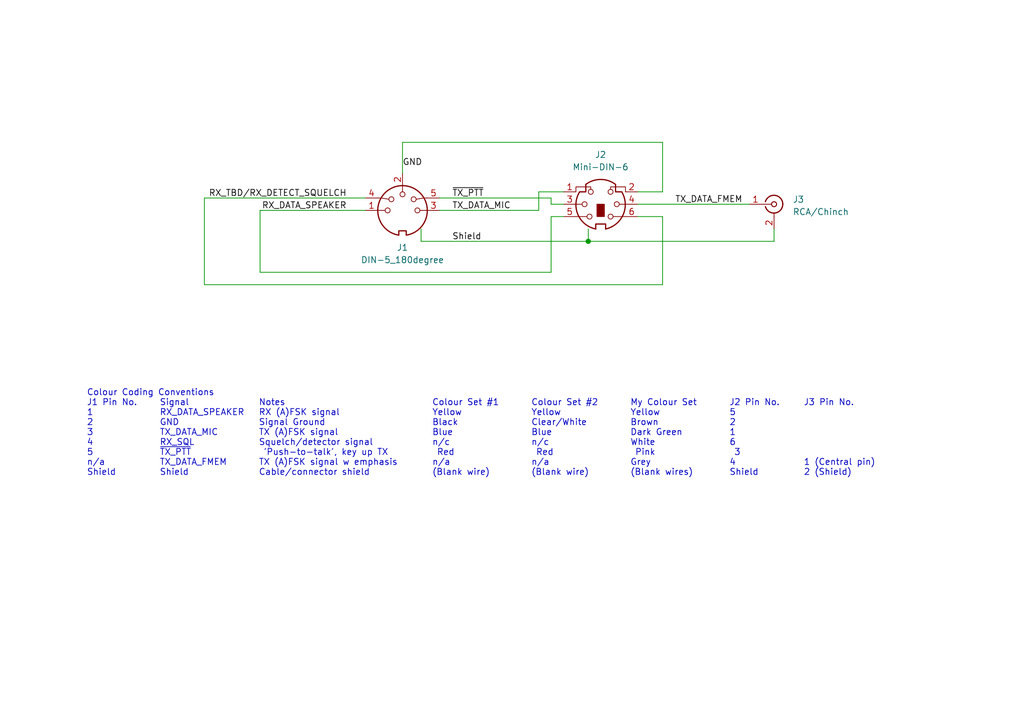
<source format=kicad_sch>
(kicad_sch (version 20211123) (generator eeschema)
  (paper "A5")
  (title_block (title "Connector DL5BCT DIN / RTTY/DATA port of FTdx1200") (date "2023-02-11") (rev "V1.0") (company "Peter Cornelius DL5BCT / peter cornelius consulting") (comment 1 "Please see http://wa8lmf.net/6-Pin-MiniDin-Data-Connector/ for explanations.") (comment 2 "TX_DATA_FMEM also is fix audio but _with_ emphasis for FM use.") (comment 3 "TX_DATA_MIC is fix-level audio at approx. 100 mV @ 600 Ohm without emphasis") (comment 4 "Note that all 'data' signals actually are _audio_ signals."))
  (lib_symbols
    (symbol "Connector:Conn_Coaxial" (pin_names (offset 1.016) hide)
      (property "Reference" "J" (at 0.254 3.048 0))
      (property "Value" "Conn_Coaxial" (at 2.921 0 90))
      (symbol "Conn_Coaxial_0_1"
        (arc (start -1.778 -0.508) (mid 0.2311 -1.8066) (end 1.778 0) (stroke (width 0.254)))
        (polyline (pts (xy -2.54 0) (xy -0.508 0)))
        (polyline (pts (xy 0 -2.54) (xy 0 -1.778)))
        (circle (center 0 0) (radius 0.508) (stroke (width 0.2032)))
        (arc (start 1.778 0) (mid 0.2099 1.8101) (end -1.778 0.508) (stroke (width 0.254)))
      )
      (symbol "Conn_Coaxial_1_1"
        (pin passive line (at -5.08 0 0) (length 2.54) (name "In") (number "1"))
        (pin passive line (at 0 -5.08 90) (length 2.54) (name "Ext") (number "2"))
      )
    )
    (symbol "Connector:DIN-5_180degree" (pin_names (offset 1.016))
      (property "Reference" "J" (at 3.175 5.715 0))
      (property "Value" "DIN-5_180degree" (at 0 -6.35 0))
      (symbol "DIN-5_180degree_0_1"
        (arc (start -5.08 0) (mid -3.8609 -3.3364) (end -0.762 -5.08) (stroke (width 0.254)))
        (circle (center -3.048 0) (radius 0.508))
        (circle (center -2.286 2.286) (radius 0.508))
        (polyline (pts (xy -5.08 0) (xy -3.556 0)))
        (polyline (pts (xy 0 5.08) (xy 0 3.81)))
        (polyline (pts (xy 5.08 0) (xy 3.556 0)))
        (polyline (pts (xy -5.08 2.54) (xy -4.318 2.54) (xy -2.794 2.286)))
        (polyline (pts (xy 5.08 2.54) (xy 4.318 2.54) (xy 2.794 2.286)))
        (polyline (pts (xy -0.762 -4.953) (xy -0.762 -4.191) (xy 0.762 -4.191) (xy 0.762 -4.953)) (stroke (width 0.254)))
        (circle (center 0 3.302) (radius 0.508))
        (arc (start 0.762 -5.08) (mid 3.8685 -3.343) (end 5.08 0) (stroke (width 0.254)))
        (circle (center 2.286 2.286) (radius 0.508))
        (circle (center 3.048 0) (radius 0.508))
        (arc (start 5.08 0) (mid 0 5.08) (end -5.08 0) (stroke (width 0.254)))
      )
      (symbol "DIN-5_180degree_1_1"
        (pin passive line (at -7.62 0 0) (length 2.54) (name "~") (number "1"))
        (pin passive line (at 0 7.62 270) (length 2.54) (name "~") (number "2"))
        (pin passive line (at 7.62 0 180) (length 2.54) (name "~") (number "3"))
        (pin passive line (at -7.62 2.54 0) (length 2.54) (name "~") (number "4"))
        (pin passive line (at 7.62 2.54 180) (length 2.54) (name "~") (number "5"))
      )
    )
    (symbol "Connector:Mini-DIN-6" (pin_names (offset 1.016))
      (property "Reference" "J" (at 0 6.35 0))
      (property "Value" "Mini-DIN-6" (at 0 -6.35 0))
      (symbol "Mini-DIN-6_0_1"
        (circle (center -3.302 0) (radius 0.508))
        (arc (start -3.048 -4.064) (mid 0 -5.08) (end 3.048 -4.064) (stroke (width 0.254)))
        (circle (center -2.032 -2.54) (radius 0.508))
        (circle (center -2.032 2.54) (radius 0.508))
        (arc (start -1.016 5.08) (mid -4.6228 2.1214) (end -4.318 -2.54) (stroke (width 0.254)))
        (rectangle (start -0.762 2.54) (end 0.762 0) (fill (type outline)))
        (polyline (pts (xy -3.81 0) (xy -5.08 0)))
        (polyline (pts (xy -2.54 2.54) (xy -5.08 2.54)))
        (polyline (pts (xy 2.794 2.54) (xy 5.08 2.54)))
        (polyline (pts (xy 5.08 0) (xy 3.81 0)))
        (polyline (pts (xy -4.318 -2.54) (xy -3.048 -2.54) (xy -3.048 -4.064)) (stroke (width 0.254)))
        (polyline (pts (xy 4.318 -2.54) (xy 3.048 -2.54) (xy 3.048 -4.064)) (stroke (width 0.254)))
        (polyline (pts (xy -2.032 -3.048) (xy -2.032 -3.556) (xy -5.08 -3.556) (xy -5.08 -2.54)))
        (polyline (pts (xy -1.016 5.08) (xy -1.016 4.064) (xy 1.016 4.064) (xy 1.016 5.08)) (stroke (width 0.254)))
        (polyline (pts (xy 2.032 -3.048) (xy 2.032 -3.556) (xy 5.08 -3.556) (xy 5.08 -2.54)))
        (circle (center 2.032 -2.54) (radius 0.508))
        (circle (center 2.286 2.54) (radius 0.508))
        (circle (center 3.302 0) (radius 0.508))
        (arc (start 4.318 -2.54) (mid 4.6661 2.1322) (end 1.016 5.08) (stroke (width 0.254)))
      )
      (symbol "Mini-DIN-6_1_1"
        (pin passive line (at 7.62 -2.54 180) (length 2.54) (name "~") (number "1"))
        (pin passive line (at -7.62 -2.54 0) (length 2.54) (name "~") (number "2"))
        (pin passive line (at 7.62 0 180) (length 2.54) (name "~") (number "3"))
        (pin passive line (at -7.62 0 0) (length 2.54) (name "~") (number "4"))
        (pin passive line (at 7.62 2.54 180) (length 2.54) (name "~") (number "5"))
        (pin passive line (at -7.62 2.54 0) (length 2.54) (name "~") (number "6"))
      )
    )
  )
  (junction (at 120.65 49.53))
  (wire (pts (xy 82.55 29.21) (xy 82.55 35.56)))
  (wire (pts (xy 130.81 41.91) (xy 153.67 41.91)))
  (wire (pts (xy 113.03 40.64) (xy 90.17 40.64)))
  (wire (pts (xy 41.91 58.42) (xy 41.91 40.64)))
  (wire (pts (xy 130.81 39.37) (xy 135.89 39.37)))
  (wire (pts (xy 53.34 43.18) (xy 74.93 43.18)))
  (wire (pts (xy 135.89 58.42) (xy 41.91 58.42)))
  (wire (pts (xy 113.03 44.45) (xy 113.03 55.88)))
  (wire (pts (xy 113.03 41.91) (xy 113.03 40.64)))
  (wire (pts (xy 120.65 49.53) (xy 158.75 49.53)))
  (wire (pts (xy 113.03 55.88) (xy 53.34 55.88)))
  (wire (pts (xy 135.89 44.45) (xy 135.89 58.42)))
  (wire (pts (xy 90.17 43.18) (xy 110.49 43.18)))
  (wire (pts (xy 130.81 44.45) (xy 135.89 44.45)))
  (wire (pts (xy 115.57 39.37) (xy 110.49 39.37)))
  (wire (pts (xy 115.57 41.91) (xy 113.03 41.91)))
  (wire (pts (xy 110.49 39.37) (xy 110.49 43.18)))
  (wire (pts (xy 41.91 40.64) (xy 74.93 40.64)))
  (wire (pts (xy 135.89 29.21) (xy 82.55 29.21)))
  (wire (pts (xy 120.65 46.99) (xy 120.65 49.53)))
  (wire (pts (xy 135.89 39.37) (xy 135.89 29.21)))
  (wire (pts (xy 53.34 55.88) (xy 53.34 43.18)))
  (wire (pts (xy 86.36 46.99) (xy 86.36 49.53)))
  (wire (pts (xy 86.36 49.53) (xy 120.65 49.53)))
  (wire (pts (xy 158.75 46.99) (xy 158.75 49.53)))
  (wire (pts (xy 115.57 44.45) (xy 113.03 44.45)))
  (text "Colour Coding Conventions\nJ1 Pin No.	Signal			Notes						Colour Set #1	Colour Set #2	My Colour Set	J2 Pin No.	J3 Pin No.\n1			RX_DATA_SPEAKER	RX (A)FSK signal			Yellow			Yellow			Yellow			5\n2			GND				Signal Ground				Black			Clear/White		Brown			2\n3			TX_DATA_MIC		TX (A)FSK signal			Blue			Blue			Dark Green		1\n4			RX_SQL			Squelch/detector signal		n/c				n/c				White			6\n5			~{TX_PTT}			'Push-to-talk', key up TX	Red				Red				Pink			3\nn/a			TX_DATA_FMEM	TX (A)FSK signal w emphasis	n/a				n/a				Grey			4			1 (Central pin)\nShield		Shield			Cable/connector shield		(Blank wire)	(Blank wire)	(Blank wires)	Shield		2 (Shield)" (at 17.78 97.79 0) (effects (font (size 1.27 1.27)) (justify left bottom)))
  (label "RX_DATA_SPEAKER" (at 71.12 43.18 180))
  (label "RX_TBD{slash}RX_DETECT_SQUELCH" (at 71.12 40.64 180))
  (label "TX_DATA_MIC" (at 92.71 43.18 0))
  (label "GND" (at 82.55 34.29 0))
  (label "TX_DATA_FMEM" (at 138.43 41.91 0))
  (label "~{TX_PTT}" (at 92.71 40.64 0))
  (label "Shield" (at 92.71 49.53 0))
  (symbol (lib_id "Connector:Conn_Coaxial") (at 158.75 41.91 0) (unit 1)
    (property "Reference" "J3" (at 162.56 40.9331 0) (effects (justify left)))
    (property "Value" "RCA/Chinch" (at 162.56 43.4731 0) (effects (justify left)))
    (property "Datasheet" " ~" (effects hide))
  )
  (symbol (lib_id "Connector:Mini-DIN-6") (at 123.19 41.91 180) (unit 1)
    (property "Reference" "J2" (at 123.1722 31.75 0))
    (property "Value" "Mini-DIN-6" (at 123.1722 34.29 0))
    (property "Datasheet" "http://service.powerdynamics.com/ec/Catalog17/Section%2011.pdf" (effects hide))
  )
  (symbol (lib_id "Connector:DIN-5_180degree") (at 82.55 43.18 0) (unit 1)
    (property "Reference" "J1" (at 82.5501 50.8 0))
    (property "Value" "DIN-5_180degree" (at 82.5501 53.34 0))
    (property "Datasheet" "http://www.mouser.com/ds/2/18/40_c091_abd_e-75918.pdf" (effects hide))
  )
)
</source>
